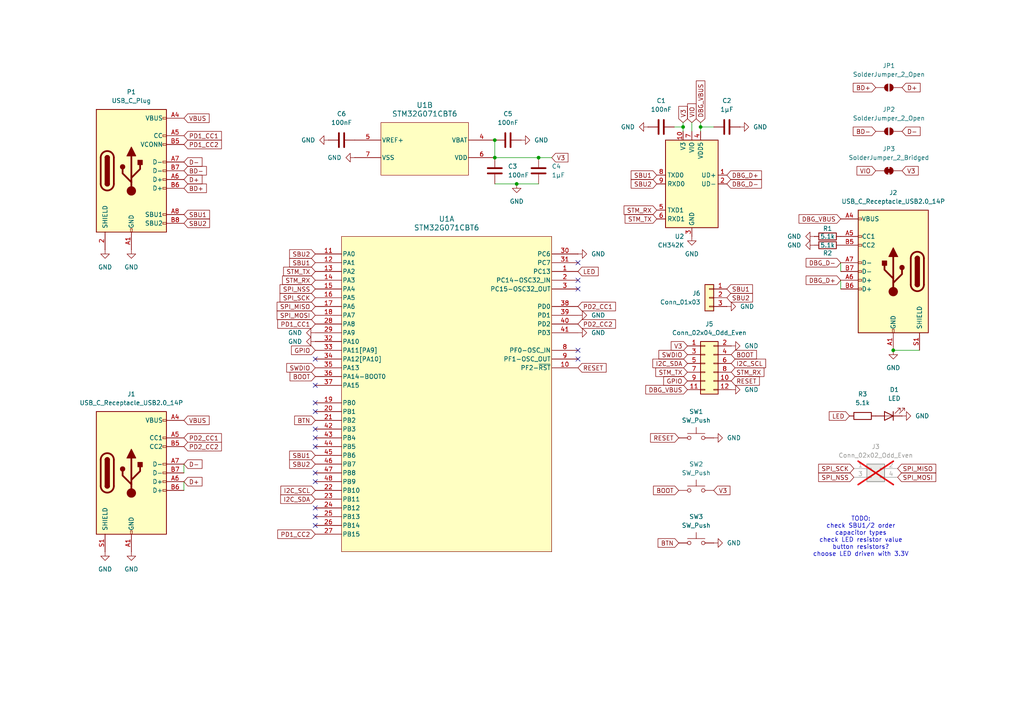
<source format=kicad_sch>
(kicad_sch (version 20231120) (generator "eeschema") (generator_version "8.0")
  (paper "A4")
  (lib_symbols
    (symbol "Connector:USB_C_Plug" (pin_names (offset 1.016))
      (property "Reference" "P1" (at 0 33.02 0))
      (property "Value" "USB_C_Plug" (at 0 30.48 0))
      (symbol "USB_C_Plug_0_0"
        (rectangle (start -0.254 -6.604) (end 0.254 -7.62))
        (rectangle (start 9.144 5.334) (end 10.16 4.826))
        (rectangle (start 9.144 7.874) (end 10.16 7.366))
        (rectangle (start 9.144 10.414) (end 10.16 9.906))
        (rectangle (start 9.144 12.954) (end 10.16 12.446))
        (rectangle (start 9.144 18.034) (end 10.16 17.526))
        (rectangle (start 10.16 -4.826) (end 9.144 -5.334))
        (rectangle (start 10.16 -2.286) (end 9.144 -2.794))
        (rectangle (start 10.16 20.574) (end 9.144 20.066))
        (rectangle (start 10.16 25.654) (end 9.144 25.146))
      )
      (symbol "USB_C_Plug_0_1"
        (rectangle (start -10.16 27.94) (end 10.16 -7.62) (stroke (width 0.254)) (fill (type background)))
        (arc (start -8.89 6.35) (mid -6.985 4.4533) (end -5.08 6.35) (stroke (width 0.508)))
        (arc (start -7.62 6.35) (mid -6.985 5.7177) (end -6.35 6.35) (stroke (width 0.254)))
        (arc (start -7.62 6.35) (mid -6.985 5.7177) (end -6.35 6.35) (stroke (width 0.254)) (fill (type outline)))
        (rectangle (start -7.62 6.35) (end -6.35 13.97) (stroke (width 0.254)) (fill (type outline)))
        (arc (start -6.35 13.97) (mid -6.985 14.6023) (end -7.62 13.97) (stroke (width 0.254)))
        (arc (start -6.35 13.97) (mid -6.985 14.6023) (end -7.62 13.97) (stroke (width 0.254)) (fill (type outline)))
        (arc (start -5.08 13.97) (mid -6.985 15.8667) (end -8.89 13.97) (stroke (width 0.508)))
        (polyline (pts (xy -8.89 6.35) (xy -8.89 13.97)) (stroke (width 0.508)))
        (polyline (pts (xy -5.08 13.97) (xy -5.08 6.35)) (stroke (width 0.508)))
      )
      (symbol "USB_C_Plug_1_1"
        (circle (center -2.54 11.303) (radius 0.635) (stroke (width 0.254)) (fill (type outline)))
        (polyline (pts (xy 0 4.318) (xy 0 14.478)) (stroke (width 0.508)))
        (polyline (pts (xy 0 6.858) (xy -2.54 9.398) (xy -2.54 10.668)) (stroke (width 0.508)))
        (polyline (pts (xy 0 8.128) (xy 2.54 10.668) (xy 2.54 11.938)) (stroke (width 0.508)))
        (polyline (pts (xy -1.27 14.478) (xy 0 17.018) (xy 1.27 14.478) (xy -1.27 14.478)) (stroke (width 0.254)) (fill (type outline)))
        (circle (center 0 4.318) (radius 1.27) (fill (type outline)))
        (rectangle (start 1.905 11.938) (end 3.175 13.208) (stroke (width 0.254)) (fill (type outline)))
        (pin passive line (at -7.62 -12.7 90) (length 5.08) (name "SHIELD") (number "2"))
        (pin passive line (at -7.62 -12.7 90) (length 5.08) hide (name "SHIELD") (number "3"))
        (pin passive line (at 0 -12.7 90) (length 5.08) (name "GND") (number "A1"))
        (pin passive line (at 0 -12.7 90) (length 5.08) hide (name "GND") (number "A12"))
        (pin passive line (at 15.24 25.4 180) (length 5.08) (name "VBUS") (number "A4"))
        (pin bidirectional line (at 15.24 20.32 180) (length 5.08) (name "CC") (number "A5"))
        (pin bidirectional line (at 15.24 7.62 180) (length 5.08) (name "D+") (number "A6"))
        (pin bidirectional line (at 15.24 12.7 180) (length 5.08) (name "D-") (number "A7"))
        (pin bidirectional line (at 15.24 -2.54 180) (length 5.08) (name "SBU1") (number "A8"))
        (pin passive line (at 15.24 25.4 180) (length 5.08) hide (name "VBUS") (number "A9"))
        (pin passive line (at 0 -12.7 90) (length 5.08) hide (name "GND") (number "B1"))
        (pin passive line (at 0 -12.7 90) (length 5.08) hide (name "GND") (number "B12"))
        (pin passive line (at 15.24 25.4 180) (length 5.08) hide (name "VBUS") (number "B4"))
        (pin bidirectional line (at 15.24 17.78 180) (length 5.08) (name "VCONN") (number "B5"))
        (pin bidirectional line (at 15.24 5.08 180) (length 5.08) (name "D+") (number "B6"))
        (pin bidirectional line (at 15.24 10.16 180) (length 5.08) (name "D-") (number "B7"))
        (pin bidirectional line (at 15.24 -5.08 180) (length 5.08) (name "SBU2") (number "B8"))
        (pin passive line (at 15.24 25.4 180) (length 5.08) hide (name "VBUS") (number "B9"))
      )
    )
    (symbol "Connector:USB_C_Receptacle_USB2.0_14P" (pin_names (offset 1.016))
      (property "Reference" "J2" (at 0 22.86 0))
      (property "Value" "USB_C_Receptacle_USB2.0_14P" (at 0 20.32 0))
      (symbol "USB_C_Receptacle_USB2.0_14P_0_0"
        (rectangle (start -0.254 -17.78) (end 0.254 -16.764))
        (rectangle (start 10.16 -4.826) (end 9.144 -5.334))
        (rectangle (start 10.16 -2.286) (end 9.144 -2.794))
        (rectangle (start 10.16 0.254) (end 9.144 -0.254))
        (rectangle (start 10.16 2.794) (end 9.144 2.286))
        (rectangle (start 10.16 7.874) (end 9.144 7.366))
        (rectangle (start 10.16 10.414) (end 9.144 9.906))
        (rectangle (start 10.16 15.494) (end 9.144 14.986))
      )
      (symbol "USB_C_Receptacle_USB2.0_14P_0_1"
        (rectangle (start -10.16 17.78) (end 10.16 -17.78) (stroke (width 0.254)) (fill (type background)))
        (arc (start -8.89 -3.81) (mid -6.985 -5.7067) (end -5.08 -3.81) (stroke (width 0.508)))
        (arc (start -7.62 -3.81) (mid -6.985 -4.4423) (end -6.35 -3.81) (stroke (width 0.254)))
        (arc (start -7.62 -3.81) (mid -6.985 -4.4423) (end -6.35 -3.81) (stroke (width 0.254)) (fill (type outline)))
        (rectangle (start -7.62 -3.81) (end -6.35 3.81) (stroke (width 0.254)) (fill (type outline)))
        (arc (start -6.35 3.81) (mid -6.985 4.4423) (end -7.62 3.81) (stroke (width 0.254)))
        (arc (start -6.35 3.81) (mid -6.985 4.4423) (end -7.62 3.81) (stroke (width 0.254)) (fill (type outline)))
        (arc (start -5.08 3.81) (mid -6.985 5.7067) (end -8.89 3.81) (stroke (width 0.508)))
        (circle (center -2.54 1.143) (radius 0.635) (stroke (width 0.254)) (fill (type outline)))
        (circle (center 0 -5.842) (radius 1.27) (fill (type outline)))
        (polyline (pts (xy -8.89 -3.81) (xy -8.89 3.81)) (stroke (width 0.508)))
        (polyline (pts (xy -5.08 3.81) (xy -5.08 -3.81)) (stroke (width 0.508)))
        (polyline (pts (xy 0 -5.842) (xy 0 4.318)) (stroke (width 0.508)))
        (polyline (pts (xy 0 -3.302) (xy -2.54 -0.762) (xy -2.54 0.508)) (stroke (width 0.508)))
        (polyline (pts (xy 0 -2.032) (xy 2.54 0.508) (xy 2.54 1.778)) (stroke (width 0.508)))
        (polyline (pts (xy -1.27 4.318) (xy 0 6.858) (xy 1.27 4.318) (xy -1.27 4.318)) (stroke (width 0.254)) (fill (type outline)))
        (rectangle (start 1.905 1.778) (end 3.175 3.048) (stroke (width 0.254)) (fill (type outline)))
      )
      (symbol "USB_C_Receptacle_USB2.0_14P_1_1"
        (pin passive line (at 0 -22.86 90) (length 5.08) (name "GND") (number "A1"))
        (pin passive line (at 15.24 15.24 180) (length 5.08) (name "VBUS") (number "A4"))
        (pin bidirectional line (at 15.24 10.16 180) (length 5.08) (name "CC1") (number "A5"))
        (pin bidirectional line (at 15.24 -2.54 180) (length 5.08) (name "D+") (number "A6"))
        (pin bidirectional line (at 15.24 2.54 180) (length 5.08) (name "D-") (number "A7"))
        (pin passive line (at 0 -22.86 90) (length 5.08) hide (name "GND") (number "B1"))
        (pin passive line (at 15.24 15.24 180) (length 5.08) hide (name "VBUS") (number "B4"))
        (pin bidirectional line (at 15.24 7.62 180) (length 5.08) (name "CC2") (number "B5"))
        (pin bidirectional line (at 15.24 -5.08 180) (length 5.08) (name "D+") (number "B6"))
        (pin bidirectional line (at 15.24 0 180) (length 5.08) (name "D-") (number "B7"))
        (pin passive line (at -7.62 -22.86 90) (length 5.08) (name "SHIELD") (number "S1"))
      )
    )
    (symbol "Connector_Generic:Conn_01x03" (pin_names (offset 1.016) hide)
      (property "Reference" "J" (at 0 5.08 0))
      (property "Value" "Conn_01x03" (at 0 -5.08 0))
      (symbol "Conn_01x03_1_1"
        (rectangle (start -1.27 -2.413) (end 0 -2.667) (stroke (width 0.1524)))
        (rectangle (start -1.27 0.127) (end 0 -0.127) (stroke (width 0.1524)))
        (rectangle (start -1.27 2.667) (end 0 2.413) (stroke (width 0.1524)))
        (rectangle (start -1.27 3.81) (end 1.27 -3.81) (stroke (width 0.254)) (fill (type background)))
        (pin passive line (at -5.08 2.54 0) (length 3.81) (name "Pin_1") (number "1"))
        (pin passive line (at -5.08 0 0) (length 3.81) (name "Pin_2") (number "2"))
        (pin passive line (at -5.08 -2.54 0) (length 3.81) (name "Pin_3") (number "3"))
      )
    )
    (symbol "Connector_Generic:Conn_02x02_Odd_Even" (pin_names (offset 1.016) hide)
      (property "Reference" "J" (at 1.27 2.54 0))
      (property "Value" "Conn_02x02_Odd_Even" (at 1.27 -5.08 0))
      (symbol "Conn_02x02_Odd_Even_1_1"
        (rectangle (start -1.27 -2.413) (end 0 -2.667) (stroke (width 0.1524)))
        (rectangle (start -1.27 0.127) (end 0 -0.127) (stroke (width 0.1524)))
        (rectangle (start -1.27 1.27) (end 3.81 -3.81) (stroke (width 0.254)) (fill (type background)))
        (rectangle (start 3.81 -2.413) (end 2.54 -2.667) (stroke (width 0.1524)))
        (rectangle (start 3.81 0.127) (end 2.54 -0.127) (stroke (width 0.1524)))
        (pin passive line (at -5.08 0 0) (length 3.81) (name "Pin_1") (number "1"))
        (pin passive line (at 7.62 0 180) (length 3.81) (name "Pin_2") (number "2"))
        (pin passive line (at -5.08 -2.54 0) (length 3.81) (name "Pin_3") (number "3"))
        (pin passive line (at 7.62 -2.54 180) (length 3.81) (name "Pin_4") (number "4"))
      )
    )
    (symbol "Connector_Generic:Conn_02x06_Odd_Even" (pin_names (offset 1.016) hide)
      (property "Reference" "J" (at 1.27 7.62 0))
      (property "Value" "Conn_02x06_Odd_Even" (at 1.27 -10.16 0))
      (symbol "Conn_02x06_Odd_Even_1_1"
        (rectangle (start -1.27 -7.493) (end 0 -7.747) (stroke (width 0.1524)))
        (rectangle (start -1.27 -4.953) (end 0 -5.207) (stroke (width 0.1524)))
        (rectangle (start -1.27 -2.413) (end 0 -2.667) (stroke (width 0.1524)))
        (rectangle (start -1.27 0.127) (end 0 -0.127) (stroke (width 0.1524)))
        (rectangle (start -1.27 2.667) (end 0 2.413) (stroke (width 0.1524)))
        (rectangle (start -1.27 5.207) (end 0 4.953) (stroke (width 0.1524)))
        (rectangle (start -1.27 6.35) (end 3.81 -8.89) (stroke (width 0.254)) (fill (type background)))
        (rectangle (start 3.81 -7.493) (end 2.54 -7.747) (stroke (width 0.1524)))
        (rectangle (start 3.81 -4.953) (end 2.54 -5.207) (stroke (width 0.1524)))
        (rectangle (start 3.81 -2.413) (end 2.54 -2.667) (stroke (width 0.1524)))
        (rectangle (start 3.81 0.127) (end 2.54 -0.127) (stroke (width 0.1524)))
        (rectangle (start 3.81 2.667) (end 2.54 2.413) (stroke (width 0.1524)))
        (rectangle (start 3.81 5.207) (end 2.54 4.953) (stroke (width 0.1524)))
        (pin passive line (at -5.08 5.08 0) (length 3.81) (name "Pin_1") (number "1"))
        (pin passive line (at 7.62 -5.08 180) (length 3.81) (name "Pin_10") (number "10"))
        (pin passive line (at -5.08 -7.62 0) (length 3.81) (name "Pin_11") (number "11"))
        (pin passive line (at 7.62 -7.62 180) (length 3.81) (name "Pin_12") (number "12"))
        (pin passive line (at 7.62 5.08 180) (length 3.81) (name "Pin_2") (number "2"))
        (pin passive line (at -5.08 2.54 0) (length 3.81) (name "Pin_3") (number "3"))
        (pin passive line (at 7.62 2.54 180) (length 3.81) (name "Pin_4") (number "4"))
        (pin passive line (at -5.08 0 0) (length 3.81) (name "Pin_5") (number "5"))
        (pin passive line (at 7.62 0 180) (length 3.81) (name "Pin_6") (number "6"))
        (pin passive line (at -5.08 -2.54 0) (length 3.81) (name "Pin_7") (number "7"))
        (pin passive line (at 7.62 -2.54 180) (length 3.81) (name "Pin_8") (number "8"))
        (pin passive line (at -5.08 -5.08 0) (length 3.81) (name "Pin_9") (number "9"))
      )
    )
    (symbol "Debubo:STM32G071CBT6" (pin_names (offset 0.254))
      (property "Reference" "U" (at 38.1 10.16 0))
      (property "Value" "STM32G071CBT6" (at 38.1 7.62 0))
      (symbol "STM32G071CBT6_1_1"
        (rectangle (start 7.62 5.08) (end 68.58 -86.36) (fill (type background)))
        (pin bidirectional line (at 76.2 -5.08 180) (length 7.62) (name "PC13") (number "1"))
        (pin bidirectional line (at 76.2 -33.02 180) (length 7.62) (name "PF2-~{RST}") (number "10"))
        (pin bidirectional line (at 0 0 0) (length 7.62) (name "PA0") (number "11"))
        (pin bidirectional line (at 0 -2.54 0) (length 7.62) (name "PA1") (number "12"))
        (pin bidirectional line (at 0 -5.08 0) (length 7.62) (name "PA2") (number "13"))
        (pin bidirectional line (at 0 -7.62 0) (length 7.62) (name "PA3") (number "14"))
        (pin bidirectional line (at 0 -10.16 0) (length 7.62) (name "PA4") (number "15"))
        (pin bidirectional line (at 0 -12.7 0) (length 7.62) (name "PA5") (number "16"))
        (pin bidirectional line (at 0 -15.24 0) (length 7.62) (name "PA6") (number "17"))
        (pin bidirectional line (at 0 -17.78 0) (length 7.62) (name "PA7") (number "18"))
        (pin bidirectional line (at 0 -43.18 0) (length 7.62) (name "PB0") (number "19"))
        (pin bidirectional line (at 76.2 -7.62 180) (length 7.62) (name "PC14-OSC32_IN") (number "2"))
        (pin bidirectional line (at 0 -45.72 0) (length 7.62) (name "PB1") (number "20"))
        (pin bidirectional line (at 0 -48.26 0) (length 7.62) (name "PB2") (number "21"))
        (pin bidirectional line (at 0 -68.58 0) (length 7.62) (name "PB10") (number "22"))
        (pin bidirectional line (at 0 -71.12 0) (length 7.62) (name "PB11") (number "23"))
        (pin bidirectional line (at 0 -73.66 0) (length 7.62) (name "PB12") (number "24"))
        (pin bidirectional line (at 0 -76.2 0) (length 7.62) (name "PB13") (number "25"))
        (pin bidirectional line (at 0 -78.74 0) (length 7.62) (name "PB14") (number "26"))
        (pin bidirectional line (at 0 -81.28 0) (length 7.62) (name "PB15") (number "27"))
        (pin bidirectional line (at 0 -20.32 0) (length 7.62) (name "PA8") (number "28"))
        (pin bidirectional line (at 0 -22.86 0) (length 7.62) (name "PA9") (number "29"))
        (pin bidirectional line (at 76.2 -10.16 180) (length 7.62) (name "PC15-OSC32_OUT") (number "3"))
        (pin bidirectional line (at 76.2 0 180) (length 7.62) (name "PC6") (number "30"))
        (pin bidirectional line (at 76.2 -2.54 180) (length 7.62) (name "PC7") (number "31"))
        (pin bidirectional line (at 0 -25.4 0) (length 7.62) (name "PA10") (number "32"))
        (pin bidirectional line (at 0 -27.94 0) (length 7.62) (name "PA11[PA9]") (number "33"))
        (pin bidirectional line (at 0 -30.48 0) (length 7.62) (name "PA12[PA10]") (number "34"))
        (pin bidirectional line (at 0 -33.02 0) (length 7.62) (name "PA13") (number "35"))
        (pin bidirectional line (at 0 -35.56 0) (length 7.62) (name "PA14-BOOT0") (number "36"))
        (pin bidirectional line (at 0 -38.1 0) (length 7.62) (name "PA15") (number "37"))
        (pin bidirectional line (at 76.2 -15.24 180) (length 7.62) (name "PD0") (number "38"))
        (pin bidirectional line (at 76.2 -17.78 180) (length 7.62) (name "PD1") (number "39"))
        (pin bidirectional line (at 76.2 -20.32 180) (length 7.62) (name "PD2") (number "40"))
        (pin bidirectional line (at 76.2 -22.86 180) (length 7.62) (name "PD3") (number "41"))
        (pin bidirectional line (at 0 -50.8 0) (length 7.62) (name "PB3") (number "42"))
        (pin bidirectional line (at 0 -53.34 0) (length 7.62) (name "PB4") (number "43"))
        (pin bidirectional line (at 0 -55.88 0) (length 7.62) (name "PB5") (number "44"))
        (pin bidirectional line (at 0 -58.42 0) (length 7.62) (name "PB6") (number "45"))
        (pin bidirectional line (at 0 -60.96 0) (length 7.62) (name "PB7") (number "46"))
        (pin bidirectional line (at 0 -63.5 0) (length 7.62) (name "PB8") (number "47"))
        (pin bidirectional line (at 0 -66.04 0) (length 7.62) (name "PB9") (number "48"))
        (pin bidirectional line (at 76.2 -27.94 180) (length 7.62) (name "PF0-OSC_IN") (number "8"))
        (pin bidirectional line (at 76.2 -30.48 180) (length 7.62) (name "PF1-OSC_OUT") (number "9"))
      )
      (symbol "STM32G071CBT6_2_1"
        (rectangle (start 7.62 5.08) (end 33.02 -10.16) (fill (type background)))
        (pin power_in line (at 40.64 0 180) (length 7.62) (name "VBAT") (number "4"))
        (pin power_in line (at 0 0 0) (length 7.62) (name "VREF+") (number "5"))
        (pin power_in line (at 40.64 -5.08 180) (length 7.62) (name "VDD") (number "6"))
        (pin power_in line (at 0 -5.08 0) (length 7.62) (name "VSS") (number "7"))
      )
    )
    (symbol "Device:C" (pin_numbers hide) (pin_names (offset 0.254))
      (property "Reference" "C" (at 0.635 2.54 0))
      (property "Value" "C" (at 0.635 -2.54 0))
      (symbol "C_0_1"
        (polyline (pts (xy -2.032 -0.762) (xy 2.032 -0.762)) (stroke (width 0.508)))
        (polyline (pts (xy -2.032 0.762) (xy 2.032 0.762)) (stroke (width 0.508)))
      )
      (symbol "C_1_1"
        (pin passive line (at 0 3.81 270) (length 2.794) (name "~") (number "1"))
        (pin passive line (at 0 -3.81 90) (length 2.794) (name "~") (number "2"))
      )
    )
    (symbol "Device:LED" (pin_numbers hide) (pin_names (offset 1.016) hide)
      (property "Reference" "D" (at 0 2.54 0))
      (property "Value" "LED" (at 0 -2.54 0))
      (symbol "LED_0_1"
        (polyline (pts (xy -1.27 -1.27) (xy -1.27 1.27)) (stroke (width 0.254)))
        (polyline (pts (xy -1.27 0) (xy 1.27 0)))
        (polyline (pts (xy 1.27 -1.27) (xy 1.27 1.27) (xy -1.27 0) (xy 1.27 -1.27)) (stroke (width 0.254)))
        (polyline (pts (xy -3.048 -0.762) (xy -4.572 -2.286) (xy -3.81 -2.286) (xy -4.572 -2.286) (xy -4.572 -1.524)))
        (polyline (pts (xy -1.778 -0.762) (xy -3.302 -2.286) (xy -2.54 -2.286) (xy -3.302 -2.286) (xy -3.302 -1.524)))
      )
      (symbol "LED_1_1"
        (pin passive line (at -3.81 0 0) (length 2.54) (name "K") (number "1"))
        (pin passive line (at 3.81 0 180) (length 2.54) (name "A") (number "2"))
      )
    )
    (symbol "Device:R" (pin_numbers hide) (pin_names (offset 0))
      (property "Reference" "R" (at 2.032 0 90))
      (property "Value" "R" (at 0 0 90))
      (symbol "R_0_1"
        (rectangle (start -1.016 -2.54) (end 1.016 2.54) (stroke (width 0.254)))
      )
      (symbol "R_1_1"
        (pin passive line (at 0 3.81 270) (length 1.27) (name "~") (number "1"))
        (pin passive line (at 0 -3.81 90) (length 1.27) (name "~") (number "2"))
      )
    )
    (symbol "Interface_USB:CH340K"
      (property "Reference" "U2" (at 2.1941 -15.24 0))
      (property "Value" "CH342K" (at 2.1941 -17.78 0))
      (symbol "CH340K_0_1"
        (rectangle (start -7.62 12.7) (end 7.62 -12.7) (stroke (width 0.254)) (fill (type background)))
      )
      (symbol "CH340K_1_0"
        (pin passive line (at 0 -15.24 90) (length 2.54) hide (name "GND") (number "11"))
      )
      (symbol "CH340K_1_1"
        (pin bidirectional line (at -10.16 2.54 0) (length 2.54) (name "UD+") (number "1"))
        (pin passive line (at 2.54 15.24 270) (length 2.54) (name "V3") (number "10"))
        (pin bidirectional line (at -10.16 0 0) (length 2.54) (name "UD-") (number "2"))
        (pin power_in line (at 0 -15.24 90) (length 2.54) (name "GND") (number "3"))
        (pin power_in line (at -2.54 15.24 270) (length 2.54) (name "VDD5") (number "4"))
        (pin output line (at 10.16 -7.62 180) (length 2.54) (name "TXD1") (number "5"))
        (pin input line (at 10.16 -10.16 180) (length 2.54) (name "RXD1") (number "6"))
        (pin power_in line (at 0 15.24 270) (length 2.54) (name "VIO") (number "7"))
        (pin output line (at 10.16 2.54 180) (length 2.54) (name "TXD0") (number "8"))
        (pin input line (at 10.16 0 180) (length 2.54) (name "RXD0") (number "9"))
      )
    )
    (symbol "Jumper:SolderJumper_2_Bridged" (pin_numbers hide) (pin_names (offset 0) hide) (exclude_from_sim yes) (in_bom no)
      (property "Reference" "JP" (at 0 2.032 0))
      (property "Value" "SolderJumper_2_Bridged" (at 0 -2.54 0))
      (symbol "SolderJumper_2_Bridged_0_1"
        (rectangle (start -0.508 0.508) (end 0.508 -0.508) (fill (type outline)))
        (arc (start -0.254 1.016) (mid -1.2656 0) (end -0.254 -1.016))
        (arc (start -0.254 1.016) (mid -1.2656 0) (end -0.254 -1.016) (fill (type outline)))
        (polyline (pts (xy -0.254 1.016) (xy -0.254 -1.016)))
        (polyline (pts (xy 0.254 1.016) (xy 0.254 -1.016)))
        (arc (start 0.254 -1.016) (mid 1.2656 0) (end 0.254 1.016))
        (arc (start 0.254 -1.016) (mid 1.2656 0) (end 0.254 1.016) (fill (type outline)))
      )
      (symbol "SolderJumper_2_Bridged_1_1"
        (pin passive line (at -3.81 0 0) (length 2.54) (name "A") (number "1"))
        (pin passive line (at 3.81 0 180) (length 2.54) (name "B") (number "2"))
      )
    )
    (symbol "Jumper:SolderJumper_2_Open" (pin_numbers hide) (pin_names (offset 0) hide) (exclude_from_sim yes) (in_bom no)
      (property "Reference" "JP" (at 0 2.032 0))
      (property "Value" "SolderJumper_2_Open" (at 0 -2.54 0))
      (symbol "SolderJumper_2_Open_0_1"
        (arc (start -0.254 1.016) (mid -1.2656 0) (end -0.254 -1.016))
        (arc (start -0.254 1.016) (mid -1.2656 0) (end -0.254 -1.016) (fill (type outline)))
        (polyline (pts (xy -0.254 1.016) (xy -0.254 -1.016)))
        (polyline (pts (xy 0.254 1.016) (xy 0.254 -1.016)))
        (arc (start 0.254 -1.016) (mid 1.2656 0) (end 0.254 1.016))
        (arc (start 0.254 -1.016) (mid 1.2656 0) (end 0.254 1.016) (fill (type outline)))
      )
      (symbol "SolderJumper_2_Open_1_1"
        (pin passive line (at -3.81 0 0) (length 2.54) (name "A") (number "1"))
        (pin passive line (at 3.81 0 180) (length 2.54) (name "B") (number "2"))
      )
    )
    (symbol "Switch:SW_Push" (pin_numbers hide) (pin_names (offset 1.016) hide)
      (property "Reference" "SW" (at 1.27 2.54 0))
      (property "Value" "SW_Push" (at 0 -1.524 0))
      (symbol "SW_Push_0_1"
        (circle (center -2.032 0) (radius 0.508))
        (polyline (pts (xy 0 1.27) (xy 0 3.048)))
        (polyline (pts (xy 2.54 1.27) (xy -2.54 1.27)))
        (circle (center 2.032 0) (radius 0.508))
        (pin passive line (at -5.08 0 0) (length 2.54) (name "1") (number "1"))
        (pin passive line (at 5.08 0 180) (length 2.54) (name "2") (number "2"))
      )
    )
    (symbol "USB_C_Receptacle_USB2.0_14P_1" (pin_names (offset 1.016))
      (property "Reference" "J1" (at 0 22.86 0))
      (property "Value" "USB_C_Receptacle_USB2.0_14P" (at 0 20.32 0))
      (symbol "USB_C_Receptacle_USB2.0_14P_1_0_0"
        (rectangle (start -0.254 -17.78) (end 0.254 -16.764))
        (rectangle (start 10.16 -4.826) (end 9.144 -5.334))
        (rectangle (start 10.16 -2.286) (end 9.144 -2.794))
        (rectangle (start 10.16 0.254) (end 9.144 -0.254))
        (rectangle (start 10.16 2.794) (end 9.144 2.286))
        (rectangle (start 10.16 7.874) (end 9.144 7.366))
        (rectangle (start 10.16 10.414) (end 9.144 9.906))
        (rectangle (start 10.16 15.494) (end 9.144 14.986))
      )
      (symbol "USB_C_Receptacle_USB2.0_14P_1_0_1"
        (rectangle (start -10.16 17.78) (end 10.16 -17.78) (stroke (width 0.254)) (fill (type background)))
        (arc (start -8.89 -3.81) (mid -6.985 -5.7067) (end -5.08 -3.81) (stroke (width 0.508)))
        (arc (start -7.62 -3.81) (mid -6.985 -4.4423) (end -6.35 -3.81) (stroke (width 0.254)))
        (arc (start -7.62 -3.81) (mid -6.985 -4.4423) (end -6.35 -3.81) (stroke (width 0.254)) (fill (type outline)))
        (rectangle (start -7.62 -3.81) (end -6.35 3.81) (stroke (width 0.254)) (fill (type outline)))
        (arc (start -6.35 3.81) (mid -6.985 4.4423) (end -7.62 3.81) (stroke (width 0.254)))
        (arc (start -6.35 3.81) (mid -6.985 4.4423) (end -7.62 3.81) (stroke (width 0.254)) (fill (type outline)))
        (arc (start -5.08 3.81) (mid -6.985 5.7067) (end -8.89 3.81) (stroke (width 0.508)))
        (circle (center -2.54 1.143) (radius 0.635) (stroke (width 0.254)) (fill (type outline)))
        (circle (center 0 -5.842) (radius 1.27) (fill (type outline)))
        (polyline (pts (xy -8.89 -3.81) (xy -8.89 3.81)) (stroke (width 0.508)))
        (polyline (pts (xy -5.08 3.81) (xy -5.08 -3.81)) (stroke (width 0.508)))
        (polyline (pts (xy 0 -5.842) (xy 0 4.318)) (stroke (width 0.508)))
        (polyline (pts (xy 0 -3.302) (xy -2.54 -0.762) (xy -2.54 0.508)) (stroke (width 0.508)))
        (polyline (pts (xy 0 -2.032) (xy 2.54 0.508) (xy 2.54 1.778)) (stroke (width 0.508)))
        (polyline (pts (xy -1.27 4.318) (xy 0 6.858) (xy 1.27 4.318) (xy -1.27 4.318)) (stroke (width 0.254)) (fill (type outline)))
        (rectangle (start 1.905 1.778) (end 3.175 3.048) (stroke (width 0.254)) (fill (type outline)))
      )
      (symbol "USB_C_Receptacle_USB2.0_14P_1_1_1"
        (pin passive line (at 0 -22.86 90) (length 5.08) (name "GND") (number "A1"))
        (pin passive line (at 15.24 15.24 180) (length 5.08) (name "VBUS") (number "A4"))
        (pin bidirectional line (at 15.24 10.16 180) (length 5.08) (name "CC1") (number "A5"))
        (pin bidirectional line (at 15.24 -2.54 180) (length 5.08) (name "D+") (number "A6"))
        (pin bidirectional line (at 15.24 2.54 180) (length 5.08) (name "D-") (number "A7"))
        (pin passive line (at 0 -22.86 90) (length 5.08) hide (name "GND") (number "B1"))
        (pin passive line (at 15.24 15.24 180) (length 5.08) hide (name "VBUS") (number "B4"))
        (pin bidirectional line (at 15.24 7.62 180) (length 5.08) (name "CC2") (number "B5"))
        (pin bidirectional line (at 15.24 -5.08 180) (length 5.08) (name "D+") (number "B6"))
        (pin bidirectional line (at 15.24 0 180) (length 5.08) (name "D-") (number "B7"))
        (pin passive line (at -7.62 -22.86 90) (length 5.08) (name "SHIELD") (number "S1"))
      )
    )
    (symbol "power:GND" (power) (pin_numbers hide) (pin_names (offset 0) hide)
      (property "Value" "GND" (at 0 -3.81 0))
      (symbol "GND_0_1"
        (polyline (pts (xy 0 0) (xy 0 -1.27) (xy 1.27 -1.27) (xy 0 -2.54) (xy -1.27 -1.27) (xy 0 -1.27)))
      )
      (symbol "GND_1_1"
        (pin power_in line (at 0 0 270) (length 0) (name "~") (number "1"))
      )
    )
  )
  (junction (at 156.21 45.72))
  (junction (at 198.12 36.83))
  (junction (at 259.08 101.6))
  (junction (at 203.2 36.83))
  (junction (at 143.51 45.72))
  (junction (at 143.51 40.64))
  (junction (at 149.86 53.34))
  (no_connect (at 167.64 81.28))
  (no_connect (at 91.44 116.84))
  (no_connect (at 91.44 111.76))
  (no_connect (at 167.64 83.82))
  (no_connect (at 91.44 124.46))
  (no_connect (at 91.44 152.4))
  (no_connect (at 91.44 127))
  (no_connect (at 91.44 139.7))
  (no_connect (at 91.44 149.86))
  (no_connect (at 91.44 119.38))
  (no_connect (at 167.64 104.14))
  (no_connect (at 167.64 76.2))
  (no_connect (at 91.44 137.16))
  (no_connect (at 91.44 129.54))
  (no_connect (at 167.64 101.6))
  (no_connect (at 91.44 104.14))
  (no_connect (at 91.44 147.32))
  (wire (pts (xy 198.12 35.56) (xy 198.12 36.83)))
  (wire (pts (xy 200.66 35.56) (xy 200.66 38.1)))
  (wire (pts (xy 143.51 40.64) (xy 143.51 45.72)))
  (wire (pts (xy 156.21 45.72) (xy 160.02 45.72)))
  (wire (pts (xy 53.34 134.62) (xy 53.34 137.16)))
  (wire (pts (xy 143.51 45.72) (xy 156.21 45.72)))
  (wire (pts (xy 143.51 53.34) (xy 149.86 53.34)))
  (wire (pts (xy 53.34 139.7) (xy 53.34 142.24)))
  (wire (pts (xy 243.84 81.28) (xy 243.84 83.82)))
  (wire (pts (xy 203.2 36.83) (xy 203.2 38.1)))
  (wire (pts (xy 243.84 76.2) (xy 243.84 78.74)))
  (wire (pts (xy 259.08 101.6) (xy 266.7 101.6)))
  (wire (pts (xy 203.2 35.56) (xy 203.2 36.83)))
  (wire (pts (xy 207.01 36.83) (xy 203.2 36.83)))
  (wire (pts (xy 149.86 53.34) (xy 156.21 53.34)))
  (wire (pts (xy 195.58 36.83) (xy 198.12 36.83)))
  (wire (pts (xy 198.12 36.83) (xy 198.12 38.1)))
  (text "TODO:\ncheck SBU1/2 order\ncapacitor types\ncheck LED resistor value\nbutton resistors?\nchoose LED driven with 3.3V" (at 249.682 155.702 0) (effects (font (size 1.27 1.27))))
  (global_label "V3" (shape input) (at 199.39 100.33 180) (property "Intersheetrefs" "${INTERSHEET_REFS}" (effects (hide yes))))
  (global_label "BTN" (shape input) (at 91.44 121.92 180) (property "Intersheetrefs" "${INTERSHEET_REFS}" (effects (hide yes))))
  (global_label "BD+" (shape input) (at 53.34 54.61 0) (property "Intersheetrefs" "${INTERSHEET_REFS}" (effects (hide yes))))
  (global_label "DBG_D+" (shape input) (at 210.82 50.8 0) (property "Intersheetrefs" "${INTERSHEET_REFS}" (effects (hide yes))))
  (global_label "SPI_SCK" (shape input) (at 91.44 86.36 180) (property "Intersheetrefs" "${INTERSHEET_REFS}" (effects (hide yes))))
  (global_label "PD1_CC1" (shape input) (at 91.44 93.98 180) (property "Intersheetrefs" "${INTERSHEET_REFS}" (effects (hide yes))))
  (global_label "SBU2" (shape input) (at 91.44 134.62 180) (property "Intersheetrefs" "${INTERSHEET_REFS}" (effects (hide yes))))
  (global_label "RESET" (shape input) (at 196.85 127 180) (property "Intersheetrefs" "${INTERSHEET_REFS}" (effects (hide yes))))
  (global_label "GPIO" (shape input) (at 199.39 110.49 180) (property "Intersheetrefs" "${INTERSHEET_REFS}" (effects (hide yes))))
  (global_label "PD1_CC2" (shape input) (at 53.34 41.91 0) (property "Intersheetrefs" "${INTERSHEET_REFS}" (effects (hide yes))))
  (global_label "STM_TX" (shape input) (at 199.39 107.95 180) (property "Intersheetrefs" "${INTERSHEET_REFS}" (effects (hide yes))))
  (global_label "SPI_MOSI" (shape input) (at 260.35 138.43 0) (property "Intersheetrefs" "${INTERSHEET_REFS}" (effects (hide yes))))
  (global_label "VIO" (shape input) (at 200.66 35.56 90) (property "Intersheetrefs" "${INTERSHEET_REFS}" (effects (hide yes))))
  (global_label "SBU2" (shape input) (at 91.44 73.66 180) (property "Intersheetrefs" "${INTERSHEET_REFS}" (effects (hide yes))))
  (global_label "V3" (shape input) (at 160.02 45.72 0) (property "Intersheetrefs" "${INTERSHEET_REFS}" (effects (hide yes))))
  (global_label "VBUS" (shape input) (at 53.34 121.92 0) (property "Intersheetrefs" "${INTERSHEET_REFS}" (effects (hide yes))))
  (global_label "PD2_CC2" (shape input) (at 53.34 129.54 0) (property "Intersheetrefs" "${INTERSHEET_REFS}" (effects (hide yes))))
  (global_label "I2C_SDA" (shape input) (at 91.44 144.78 180) (property "Intersheetrefs" "${INTERSHEET_REFS}" (effects (hide yes))))
  (global_label "BOOT" (shape input) (at 196.85 142.24 180) (property "Intersheetrefs" "${INTERSHEET_REFS}" (effects (hide yes))))
  (global_label "V3" (shape input) (at 261.62 49.53 0) (property "Intersheetrefs" "${INTERSHEET_REFS}" (effects (hide yes))))
  (global_label "GPIO" (shape input) (at 91.44 101.6 180) (property "Intersheetrefs" "${INTERSHEET_REFS}" (effects (hide yes))))
  (global_label "SPI_MOSI" (shape input) (at 91.44 91.44 180) (property "Intersheetrefs" "${INTERSHEET_REFS}" (effects (hide yes))))
  (global_label "V3" (shape input) (at 207.01 142.24 0) (property "Intersheetrefs" "${INTERSHEET_REFS}" (effects (hide yes))))
  (global_label "SPI_MISO" (shape input) (at 260.35 135.89 0) (property "Intersheetrefs" "${INTERSHEET_REFS}" (effects (hide yes))))
  (global_label "LED" (shape input) (at 167.64 78.74 0) (property "Intersheetrefs" "${INTERSHEET_REFS}" (effects (hide yes))))
  (global_label "SBU1" (shape input) (at 91.44 132.08 180) (property "Intersheetrefs" "${INTERSHEET_REFS}" (effects (hide yes))))
  (global_label "STM_RX" (shape input) (at 190.5 60.96 180) (property "Intersheetrefs" "${INTERSHEET_REFS}" (effects (hide yes))))
  (global_label "BOOT" (shape input) (at 91.44 109.22 180) (property "Intersheetrefs" "${INTERSHEET_REFS}" (effects (hide yes))))
  (global_label "SBU2" (shape input) (at 53.34 64.77 0) (property "Intersheetrefs" "${INTERSHEET_REFS}" (effects (hide yes))))
  (global_label "RESET" (shape input) (at 212.09 110.49 0) (property "Intersheetrefs" "${INTERSHEET_REFS}" (effects (hide yes))))
  (global_label "SPI_NSS" (shape input) (at 91.44 83.82 180) (property "Intersheetrefs" "${INTERSHEET_REFS}" (effects (hide yes))))
  (global_label "I2C_SDA" (shape input) (at 199.39 105.41 180) (property "Intersheetrefs" "${INTERSHEET_REFS}" (effects (hide yes))))
  (global_label "RESET" (shape input) (at 167.64 106.68 0) (property "Intersheetrefs" "${INTERSHEET_REFS}" (effects (hide yes))))
  (global_label "SBU1" (shape input) (at 190.5 50.8 180) (property "Intersheetrefs" "${INTERSHEET_REFS}" (effects (hide yes))))
  (global_label "D-" (shape input) (at 261.62 38.1 0) (property "Intersheetrefs" "${INTERSHEET_REFS}" (effects (hide yes))))
  (global_label "BTN" (shape input) (at 196.85 157.48 180) (property "Intersheetrefs" "${INTERSHEET_REFS}" (effects (hide yes))))
  (global_label "BD+" (shape input) (at 254 25.4 180) (property "Intersheetrefs" "${INTERSHEET_REFS}" (effects (hide yes))))
  (global_label "PD1_CC2" (shape input) (at 91.44 154.94 180) (property "Intersheetrefs" "${INTERSHEET_REFS}" (effects (hide yes))))
  (global_label "D+" (shape input) (at 53.34 139.7 0) (property "Intersheetrefs" "${INTERSHEET_REFS}" (effects (hide yes))))
  (global_label "SPI_MISO" (shape input) (at 91.44 88.9 180) (property "Intersheetrefs" "${INTERSHEET_REFS}" (effects (hide yes))))
  (global_label "VIO" (shape input) (at 254 49.53 180) (property "Intersheetrefs" "${INTERSHEET_REFS}" (effects (hide yes))))
  (global_label "SPI_SCK" (shape input) (at 247.65 135.89 180) (property "Intersheetrefs" "${INTERSHEET_REFS}" (effects (hide yes))))
  (global_label "DBG_D-" (shape input) (at 243.84 76.2 180) (property "Intersheetrefs" "${INTERSHEET_REFS}" (effects (hide yes))))
  (global_label "BD-" (shape input) (at 254 38.1 180) (property "Intersheetrefs" "${INTERSHEET_REFS}" (effects (hide yes))))
  (global_label "V3" (shape input) (at 198.12 35.56 90) (property "Intersheetrefs" "${INTERSHEET_REFS}" (effects (hide yes))))
  (global_label "SBU1" (shape input) (at 53.34 62.23 0) (property "Intersheetrefs" "${INTERSHEET_REFS}" (effects (hide yes))))
  (global_label "SBU1" (shape input) (at 91.44 76.2 180) (property "Intersheetrefs" "${INTERSHEET_REFS}" (effects (hide yes))))
  (global_label "I2C_SCL" (shape input) (at 91.44 142.24 180) (property "Intersheetrefs" "${INTERSHEET_REFS}" (effects (hide yes))))
  (global_label "PD2_CC1" (shape input) (at 167.64 88.9 0) (property "Intersheetrefs" "${INTERSHEET_REFS}" (effects (hide yes))))
  (global_label "DBG_VBUS" (shape input) (at 203.2 35.56 90) (property "Intersheetrefs" "${INTERSHEET_REFS}" (effects (hide yes))))
  (global_label "PD2_CC2" (shape input) (at 167.64 93.98 0) (property "Intersheetrefs" "${INTERSHEET_REFS}" (effects (hide yes))))
  (global_label "BD-" (shape input) (at 53.34 49.53 0) (property "Intersheetrefs" "${INTERSHEET_REFS}" (effects (hide yes))))
  (global_label "STM_TX" (shape input) (at 91.44 78.74 180) (property "Intersheetrefs" "${INTERSHEET_REFS}" (effects (hide yes))))
  (global_label "DBG_VBUS" (shape input) (at 243.84 63.5 180) (property "Intersheetrefs" "${INTERSHEET_REFS}" (effects (hide yes))))
  (global_label "DBG_D-" (shape input) (at 210.82 53.34 0) (property "Intersheetrefs" "${INTERSHEET_REFS}" (effects (hide yes))))
  (global_label "SWDIO" (shape input) (at 91.44 106.68 180) (property "Intersheetrefs" "${INTERSHEET_REFS}" (effects (hide yes))))
  (global_label "VBUS" (shape input) (at 53.34 34.29 0) (property "Intersheetrefs" "${INTERSHEET_REFS}" (effects (hide yes))))
  (global_label "SWDIO" (shape input) (at 199.39 102.87 180) (property "Intersheetrefs" "${INTERSHEET_REFS}" (effects (hide yes))))
  (global_label "SBU2" (shape input) (at 190.5 53.34 180) (property "Intersheetrefs" "${INTERSHEET_REFS}" (effects (hide yes))))
  (global_label "DBG_D+" (shape input) (at 243.84 81.28 180) (property "Intersheetrefs" "${INTERSHEET_REFS}" (effects (hide yes))))
  (global_label "PD2_CC1" (shape input) (at 53.34 127 0) (property "Intersheetrefs" "${INTERSHEET_REFS}" (effects (hide yes))))
  (global_label "SPI_NSS" (shape input) (at 247.65 138.43 180) (property "Intersheetrefs" "${INTERSHEET_REFS}" (effects (hide yes))))
  (global_label "D-" (shape input) (at 53.34 46.99 0) (property "Intersheetrefs" "${INTERSHEET_REFS}" (effects (hide yes))))
  (global_label "STM_TX" (shape input) (at 190.5 63.5 180) (property "Intersheetrefs" "${INTERSHEET_REFS}" (effects (hide yes))))
  (global_label "D+" (shape input) (at 261.62 25.4 0) (property "Intersheetrefs" "${INTERSHEET_REFS}" (effects (hide yes))))
  (global_label "BOOT" (shape input) (at 212.09 102.87 0) (property "Intersheetrefs" "${INTERSHEET_REFS}" (effects (hide yes))))
  (global_label "STM_RX" (shape input) (at 212.09 107.95 0) (property "Intersheetrefs" "${INTERSHEET_REFS}" (effects (hide yes))))
  (global_label "D+" (shape input) (at 53.34 52.07 0) (property "Intersheetrefs" "${INTERSHEET_REFS}" (effects (hide yes))))
  (global_label "PD1_CC1" (shape input) (at 53.34 39.37 0) (property "Intersheetrefs" "${INTERSHEET_REFS}" (effects (hide yes))))
  (global_label "DBG_VBUS" (shape input) (at 199.39 113.03 180) (property "Intersheetrefs" "${INTERSHEET_REFS}" (effects (hide yes))))
  (global_label "I2C_SCL" (shape input) (at 212.09 105.41 0) (property "Intersheetrefs" "${INTERSHEET_REFS}" (effects (hide yes))))
  (global_label "STM_RX" (shape input) (at 91.44 81.28 180) (property "Intersheetrefs" "${INTERSHEET_REFS}" (effects (hide yes))))
  (global_label "SBU1" (shape input) (at 210.82 83.82 0) (property "Intersheetrefs" "${INTERSHEET_REFS}" (effects (hide yes))))
  (global_label "SBU2" (shape input) (at 210.82 86.36 0) (property "Intersheetrefs" "${INTERSHEET_REFS}" (effects (hide yes))))
  (global_label "D-" (shape input) (at 53.34 134.62 0) (property "Intersheetrefs" "${INTERSHEET_REFS}" (effects (hide yes))))
  (global_label "LED" (shape input) (at 246.38 120.65 180) (property "Intersheetrefs" "${INTERSHEET_REFS}" (effects (hide yes))))
  (symbol (lib_id "Device:R") (at 240.03 68.58 90) (unit 1)
    (property "Reference" "R1" (at 240.03 66.294 90))
    (property "Value" "5.1k" (at 240.03 68.58 90))
    (property "Footprint" "Resistor_SMD:R_1206_3216Metric_Pad1.30x1.75mm_HandSolder" (effects (hide yes)))
    (property "Description" "Resistor" (effects (hide yes)))
    (property "LCSC" "C26033" (effects (hide yes)))
  )
  (symbol (lib_id "power:GND") (at 102.87 45.72 270) (unit 1)
    (property "Reference" "#PWR03" (effects (hide yes)))
    (property "Value" "GND" (at 99.06 45.7199 90) (effects (justify right)))
    (property "Description" "Power symbol creates a global label with name \"GND\" , ground" (effects (hide yes)))
  )
  (symbol (lib_id "Switch:SW_Push") (at 201.93 157.48 0) (unit 1)
    (property "Reference" "SW3" (at 201.93 149.86 0))
    (property "Value" "SW_Push" (at 201.93 152.4 0))
    (property "Footprint" "Button_Switch_SMD:SW_SPST_B3U-1000P" (effects (hide yes)))
    (property "Description" "Push button switch, generic, two pins" (effects (hide yes)))
    (property "LCSC" "C231329" (effects (hide yes)))
  )
  (symbol (lib_id "power:GND") (at 91.44 99.06 270) (unit 1)
    (property "Reference" "#PWR020" (effects (hide yes)))
    (property "Value" "GND" (at 87.63 99.0599 90) (effects (justify right)))
    (property "Description" "Power symbol creates a global label with name \"GND\" , ground" (effects (hide yes)))
  )
  (symbol (lib_id "power:GND") (at 210.82 88.9 90) (mirror x) (unit 1)
    (property "Reference" "#PWR015" (effects (hide yes)))
    (property "Value" "GND" (at 214.63 88.8999 90) (effects (justify right)))
    (property "Description" "Power symbol creates a global label with name \"GND\" , ground" (effects (hide yes)))
  )
  (symbol (lib_id "power:GND") (at 95.25 40.64 270) (unit 1)
    (property "Reference" "#PWR017" (effects (hide yes)))
    (property "Value" "GND" (at 91.44 40.6399 90) (effects (justify right)))
    (property "Description" "Power symbol creates a global label with name \"GND\" , ground" (effects (hide yes)))
  )
  (symbol (lib_id "power:GND") (at 236.22 68.58 270) (unit 1)
    (property "Reference" "#PWR018" (effects (hide yes)))
    (property "Value" "GND" (at 232.41 68.5799 90) (effects (justify right)))
    (property "Description" "Power symbol creates a global label with name \"GND\" , ground" (effects (hide yes)))
  )
  (symbol (lib_id "Debubo:STM32G071CBT6") (at 102.87 40.64 0) (unit 2)
    (property "Reference" "U1" (at 123.19 30.48 0) (effects (font (size 1.524 1.524))))
    (property "Value" "STM32G071CBT6" (at 123.19 33.02 0) (effects (font (size 1.524 1.524))))
    (property "Footprint" "Package_QFP:LQFP-48_7x7mm_P0.5mm" (effects (hide yes)))
    (property "Datasheet" "STM32G071CBT6" (effects (hide yes)))
    (property "LCSC" "C432212" (effects (hide yes)))
  )
  (symbol (lib_id "power:GND") (at 212.09 100.33 90) (unit 1)
    (property "Reference" "#PWR016" (effects (hide yes)))
    (property "Value" "GND" (at 215.9 100.3299 90) (effects (justify right)))
    (property "Description" "Power symbol creates a global label with name \"GND\" , ground" (effects (hide yes)))
  )
  (symbol (lib_id "power:GND") (at 30.48 72.39 0) (unit 1)
    (property "Reference" "#PWR025" (effects (hide yes)))
    (property "Value" "GND" (at 30.48 77.47 0))
    (property "Description" "Power symbol creates a global label with name \"GND\" , ground" (effects (hide yes)))
  )
  (symbol (lib_id "Device:C") (at 99.06 40.64 90) (unit 1)
    (property "Reference" "C6" (at 99.06 33.02 90))
    (property "Value" "100nF" (at 99.06 35.56 90))
    (property "Footprint" "Capacitor_SMD:C_1206_3216Metric_Pad1.33x1.80mm_HandSolder" (effects (hide yes)))
    (property "Description" "Unpolarized capacitor" (effects (hide yes)))
    (property "LCSC" "C24497" (effects (hide yes)))
  )
  (symbol (lib_id "Switch:SW_Push") (at 201.93 127 0) (unit 1)
    (property "Reference" "SW1" (at 201.93 119.38 0))
    (property "Value" "SW_Push" (at 201.93 121.92 0))
    (property "Footprint" "Button_Switch_SMD:SW_SPST_B3U-1000P" (effects (hide yes)))
    (property "Description" "Push button switch, generic, two pins" (effects (hide yes)))
    (property "LCSC" "C231329" (effects (hide yes)))
  )
  (symbol (lib_id "Interface_USB:CH340K") (at 200.66 53.34 0) (mirror y) (unit 1)
    (property "Reference" "U2" (at 198.4659 68.58 0) (effects (justify left)))
    (property "Value" "CH342K" (at 198.4659 71.12 0) (effects (justify left)))
    (property "Footprint" "Package_SO:SSOP-10-1EP_3.9x4.9mm_P1mm_EP2.1x3.3mm" (effects (hide yes)))
    (property "Datasheet" "https://www.wch-ic.com/downloads/file/295.html" (effects (hide yes)))
    (property "Description" "USB serial converter, dual UART, SSOP-10" (effects (hide yes)))
    (property "LCSC" "C2826608" (effects (hide yes)))
  )
  (symbol (lib_id "Jumper:SolderJumper_2_Open") (at 257.81 25.4 0) (unit 1) (exclude_from_sim yes) (in_bom no)
    (property "Reference" "JP1" (at 257.81 19.05 0))
    (property "Value" "SolderJumper_2_Open" (at 257.81 21.59 0))
    (property "Footprint" "Debubo:SolderJumperSmol" (effects (hide yes)))
    (property "Description" "Solder Jumper, 2-pole, open" (effects (hide yes)))
  )
  (symbol (lib_id "power:GND") (at 167.64 91.44 90) (unit 1)
    (property "Reference" "#PWR011" (effects (hide yes)))
    (property "Value" "GND" (at 171.45 91.4399 90) (effects (justify right)))
    (property "Description" "Power symbol creates a global label with name \"GND\" , ground" (effects (hide yes)))
  )
  (symbol (lib_id "power:GND") (at 187.96 36.83 270) (unit 1)
    (property "Reference" "#PWR06" (effects (hide yes)))
    (property "Value" "GND" (at 184.15 36.8299 90) (effects (justify right)))
    (property "Description" "Power symbol creates a global label with name \"GND\" , ground" (effects (hide yes)))
  )
  (symbol (lib_id "power:GND") (at 214.63 36.83 90) (unit 1)
    (property "Reference" "#PWR07" (effects (hide yes)))
    (property "Value" "GND" (at 218.44 36.8299 90) (effects (justify right)))
    (property "Description" "Power symbol creates a global label with name \"GND\" , ground" (effects (hide yes)))
  )
  (symbol (lib_id "Device:R") (at 240.03 71.12 90) (unit 1)
    (property "Reference" "R2" (at 240.03 73.406 90))
    (property "Value" "5.1k" (at 240.03 71.12 90))
    (property "Footprint" "Resistor_SMD:R_1206_3216Metric_Pad1.30x1.75mm_HandSolder" (effects (hide yes)))
    (property "Description" "Resistor" (effects (hide yes)))
    (property "LCSC" "C26033" (effects (hide yes)))
  )
  (symbol (lib_id "power:GND") (at 200.66 68.58 0) (unit 1)
    (property "Reference" "#PWR04" (effects (hide yes)))
    (property "Value" "GND" (at 200.66 73.66 0))
    (property "Description" "Power symbol creates a global label with name \"GND\" , ground" (effects (hide yes)))
  )
  (symbol (lib_id "power:GND") (at 38.1 72.39 0) (unit 1)
    (property "Reference" "#PWR02" (effects (hide yes)))
    (property "Value" "GND" (at 38.1 77.47 0))
    (property "Description" "Power symbol creates a global label with name \"GND\" , ground" (effects (hide yes)))
  )
  (symbol (lib_id "power:GND") (at 259.08 101.6 0) (unit 1)
    (property "Reference" "#PWR05" (effects (hide yes)))
    (property "Value" "GND" (at 259.08 106.68 0))
    (property "Description" "Power symbol creates a global label with name \"GND\" , ground" (effects (hide yes)))
  )
  (symbol (lib_id "power:GND") (at 91.44 96.52 270) (unit 1)
    (property "Reference" "#PWR013" (effects (hide yes)))
    (property "Value" "GND" (at 87.63 96.5199 90) (effects (justify right)))
    (property "Description" "Power symbol creates a global label with name \"GND\" , ground" (effects (hide yes)))
  )
  (symbol (lib_id "Connector_Generic:Conn_01x03") (at 205.74 86.36 0) (mirror y) (unit 1)
    (property "Reference" "J6" (at 203.2 85.0899 0) (effects (justify left)))
    (property "Value" "Conn_01x03" (at 203.2 87.6299 0) (effects (justify left)))
    (property "Footprint" "Connector_PinSocket_2.54mm:PinSocket_1x03_P2.54mm_Vertical" (effects (hide yes)))
    (property "Description" "Generic connector, single row, 01x03, script generated (kicad-library-utils/schlib/autogen/connector/)" (effects (hide yes)))
  )
  (symbol (lib_id "Device:C") (at 210.82 36.83 270) (unit 1)
    (property "Reference" "C2" (at 210.82 29.21 90))
    (property "Value" "1µF" (at 210.82 31.75 90))
    (property "Footprint" "Capacitor_SMD:C_1206_3216Metric_Pad1.33x1.80mm_HandSolder" (effects (hide yes)))
    (property "Description" "Unpolarized capacitor" (effects (hide yes)))
    (property "LCSC" "C1848" (effects (hide yes)))
  )
  (symbol (lib_id "power:GND") (at 261.62 120.65 90) (unit 1)
    (property "Reference" "#PWR022" (effects (hide yes)))
    (property "Value" "GND" (at 265.43 120.6499 90) (effects (justify right)))
    (property "Description" "Power symbol creates a global label with name \"GND\" , ground" (effects (hide yes)))
  )
  (symbol (lib_id "Switch:SW_Push") (at 201.93 142.24 0) (unit 1)
    (property "Reference" "SW2" (at 201.93 134.62 0))
    (property "Value" "SW_Push" (at 201.93 137.16 0))
    (property "Footprint" "Button_Switch_SMD:SW_SPST_B3U-1000P" (effects (hide yes)))
    (property "Description" "Push button switch, generic, two pins" (effects (hide yes)))
    (property "LCSC" "C231329" (effects (hide yes)))
  )
  (symbol (lib_id "Connector:USB_C_Receptacle_USB2.0_14P") (at 259.08 78.74 0) (mirror y) (unit 1)
    (property "Reference" "J2" (at 259.08 55.88 0))
    (property "Value" "USB_C_Receptacle_USB2.0_14P" (at 259.08 58.42 0))
    (property "Footprint" "Debubo:USB-C-SMD_TYPE-C-6PIN-2MD-073" (effects (hide yes)))
    (property "Datasheet" "https://www.usb.org/sites/default/files/documents/usb_type-c.zip" (effects (hide yes)))
    (property "Description" "USB 2.0-only 14P Type-C Receptacle connector" (effects (hide yes)))
    (property "LCSC" "C2765186" (effects (hide yes)))
  )
  (symbol (lib_id "Jumper:SolderJumper_2_Bridged") (at 257.81 49.53 0) (unit 1) (exclude_from_sim yes) (in_bom no)
    (property "Reference" "JP3" (at 257.81 43.18 0))
    (property "Value" "SolderJumper_2_Bridged" (at 257.81 45.72 0))
    (property "Footprint" "Debubo:SolderJumperBridgedSmol" (effects (hide yes)))
    (property "Description" "Solder Jumper, 2-pole, closed/bridged" (effects (hide yes)))
  )
  (symbol (lib_id "power:GND") (at 236.22 71.12 270) (unit 1)
    (property "Reference" "#PWR019" (effects (hide yes)))
    (property "Value" "GND" (at 232.41 71.1199 90) (effects (justify right)))
    (property "Description" "Power symbol creates a global label with name \"GND\" , ground" (effects (hide yes)))
  )
  (symbol (lib_id "power:GND") (at 30.48 160.02 0) (unit 1)
    (property "Reference" "#PWR024" (effects (hide yes)))
    (property "Value" "GND" (at 30.48 165.1 0))
    (property "Description" "Power symbol creates a global label with name \"GND\" , ground" (effects (hide yes)))
  )
  (symbol (lib_id "Connector:USB_C_Plug") (at 38.1 59.69 0) (unit 1)
    (property "Reference" "P1" (at 38.1 26.67 0))
    (property "Value" "USB_C_Plug" (at 38.1 29.21 0))
    (property "Footprint" "Debubo:USB-C-SMD_GT-USB-8013A" (effects (hide yes)))
    (property "Datasheet" "https://www.usb.org/sites/default/files/documents/usb_type-c.zip" (effects (hide yes)))
    (property "Description" "USB Type-C Plug connector" (effects (hide yes)))
    (property "LCSC" "C2988370" (effects (hide yes)))
  )
  (symbol (lib_id "Device:C") (at 191.77 36.83 270) (unit 1)
    (property "Reference" "C1" (at 191.77 29.21 90))
    (property "Value" "100nF" (at 191.77 31.75 90))
    (property "Footprint" "Capacitor_SMD:C_1206_3216Metric_Pad1.33x1.80mm_HandSolder" (effects (hide yes)))
    (property "Description" "Unpolarized capacitor" (effects (hide yes)))
    (property "LCSC" "C24497" (effects (hide yes)))
  )
  (symbol (lib_id "power:GND") (at 212.09 113.03 90) (unit 1)
    (property "Reference" "#PWR021" (effects (hide yes)))
    (property "Value" "GND" (at 215.9 113.0299 90) (effects (justify right)))
    (property "Description" "Power symbol creates a global label with name \"GND\" , ground" (effects (hide yes)))
  )
  (symbol (lib_id "Device:R") (at 250.19 120.65 90) (unit 1)
    (property "Reference" "R3" (at 250.19 114.3 90))
    (property "Value" "5.1k" (at 250.19 116.84 90))
    (property "Footprint" "Resistor_SMD:R_1206_3216Metric_Pad1.30x1.75mm_HandSolder" (effects (hide yes)))
    (property "Description" "Resistor" (effects (hide yes)))
    (property "LCSC" "C26033" (effects (hide yes)))
  )
  (symbol (lib_id "power:GND") (at 38.1 160.02 0) (unit 1)
    (property "Reference" "#PWR01" (effects (hide yes)))
    (property "Value" "GND" (at 38.1 165.1 0))
    (property "Description" "Power symbol creates a global label with name \"GND\" , ground" (effects (hide yes)))
  )
  (symbol (lib_id "power:GND") (at 207.01 127 90) (unit 1)
    (property "Reference" "#PWR014" (effects (hide yes)))
    (property "Value" "GND" (at 210.82 126.9999 90) (effects (justify right)))
    (property "Description" "Power symbol creates a global label with name \"GND\" , ground" (effects (hide yes)))
  )
  (symbol (lib_id "Jumper:SolderJumper_2_Open") (at 257.81 38.1 0) (unit 1) (exclude_from_sim yes) (in_bom no)
    (property "Reference" "JP2" (at 257.81 31.75 0))
    (property "Value" "SolderJumper_2_Open" (at 257.81 34.29 0))
    (property "Footprint" "Debubo:SolderJumperSmol" (effects (hide yes)))
    (property "Description" "Solder Jumper, 2-pole, open" (effects (hide yes)))
  )
  (symbol (lib_name "USB_C_Receptacle_USB2.0_14P_1") (lib_id "Connector:USB_C_Receptacle_USB2.0_14P") (at 38.1 137.16 0) (unit 1)
    (property "Reference" "J1" (at 38.1 114.3 0))
    (property "Value" "USB_C_Receptacle_USB2.0_14P" (at 38.1 116.84 0))
    (property "Footprint" "Debubo:USB-C-SMD_TYPE-C-6PIN-2MD-073" (effects (hide yes)))
    (property "Datasheet" "https://www.usb.org/sites/default/files/documents/usb_type-c.zip" (effects (hide yes)))
    (property "Description" "USB 2.0-only 14P Type-C Receptacle connector" (effects (hide yes)))
    (property "LCSC" "C2765186" (effects (hide yes)))
  )
  (symbol (lib_id "power:GND") (at 167.64 73.66 90) (unit 1)
    (property "Reference" "#PWR012" (effects (hide yes)))
    (property "Value" "GND" (at 171.45 73.6599 90) (effects (justify right)))
    (property "Description" "Power symbol creates a global label with name \"GND\" , ground" (effects (hide yes)))
  )
  (symbol (lib_id "power:GND") (at 207.01 157.48 90) (unit 1)
    (property "Reference" "#PWR023" (effects (hide yes)))
    (property "Value" "GND" (at 210.82 157.4799 90) (effects (justify right)))
    (property "Description" "Power symbol creates a global label with name \"GND\" , ground" (effects (hide yes)))
  )
  (symbol (lib_id "Device:C") (at 147.32 40.64 90) (unit 1)
    (property "Reference" "C5" (at 147.32 33.02 90))
    (property "Value" "100nF" (at 147.32 35.56 90))
    (property "Footprint" "Capacitor_SMD:C_1206_3216Metric_Pad1.33x1.80mm_HandSolder" (effects (hide yes)))
    (property "Description" "Unpolarized capacitor" (effects (hide yes)))
    (property "LCSC" "C24497" (effects (hide yes)))
  )
  (symbol (lib_id "power:GND") (at 151.13 40.64 90) (unit 1)
    (property "Reference" "#PWR08" (effects (hide yes)))
    (property "Value" "GND" (at 154.94 40.6399 90) (effects (justify right)))
    (property "Description" "Power symbol creates a global label with name \"GND\" , ground" (effects (hide yes)))
  )
  (symbol (lib_id "Device:C") (at 156.21 49.53 0) (unit 1)
    (property "Reference" "C4" (at 160.02 48.2599 0) (effects (justify left)))
    (property "Value" "1µF" (at 160.02 50.7999 0) (effects (justify left)))
    (property "Footprint" "Capacitor_SMD:C_1206_3216Metric_Pad1.33x1.80mm_HandSolder" (effects (hide yes)))
    (property "Description" "Unpolarized capacitor" (effects (hide yes)))
    (property "LCSC" "C1848" (effects (hide yes)))
  )
  (symbol (lib_id "power:GND") (at 167.64 96.52 90) (unit 1)
    (property "Reference" "#PWR010" (effects (hide yes)))
    (property "Value" "GND" (at 171.45 96.5199 90) (effects (justify right)))
    (property "Description" "Power symbol creates a global label with name \"GND\" , ground" (effects (hide yes)))
  )
  (symbol (lib_id "power:GND") (at 149.86 53.34 0) (unit 1)
    (property "Reference" "#PWR09" (effects (hide yes)))
    (property "Value" "GND" (at 149.86 58.42 0))
    (property "Description" "Power symbol creates a global label with name \"GND\" , ground" (effects (hide yes)))
  )
  (symbol (lib_id "Device:C") (at 143.51 49.53 0) (unit 1)
    (property "Reference" "C3" (at 147.32 48.2599 0) (effects (justify left)))
    (property "Value" "100nF" (at 147.32 50.7999 0) (effects (justify left)))
    (property "Footprint" "Capacitor_SMD:C_1206_3216Metric_Pad1.33x1.80mm_HandSolder" (effects (hide yes)))
    (property "Description" "Unpolarized capacitor" (effects (hide yes)))
    (property "LCSC" "C24497" (effects (hide yes)))
  )
  (symbol (lib_id "Connector_Generic:Conn_02x02_Odd_Even") (at 252.73 135.89 0) (unit 1) (in_bom no) (dnp yes)
    (property "Reference" "J3" (at 254 129.54 0))
    (property "Value" "Conn_02x02_Odd_Even" (at 254 132.08 0))
    (property "Footprint" "Connector_PinHeader_1.00mm:PinHeader_2x02_P1.00mm_Vertical" (effects (hide yes)))
    (property "Description" "Generic connector, double row, 02x02, odd/even pin numbering scheme (row 1 odd numbers, row 2 even numbers), script generated (kicad-library-utils/schlib/autogen/connector/)" (effects (hide yes)))
  )
  (symbol (lib_id "Device:LED") (at 257.81 120.65 180) (unit 1)
    (property "Reference" "D1" (at 259.3975 113.03 0))
    (property "Value" "LED" (at 259.3975 115.57 0))
    (property "Footprint" "LED_SMD:LED_1206_3216Metric_Pad1.42x1.75mm_HandSolder" (effects (hide yes)))
    (property "Description" "Light emitting diode" (effects (hide yes)))
    (property "LCSC" "C434442" (effects (hide yes)))
  )
  (symbol (lib_id "Debubo:STM32G071CBT6") (at 91.44 73.66 0) (unit 1)
    (property "Reference" "U1" (at 129.54 63.5 0) (effects (font (size 1.524 1.524))))
    (property "Value" "STM32G071CBT6" (at 129.54 66.04 0) (effects (font (size 1.524 1.524))))
    (property "Footprint" "Package_QFP:LQFP-48_7x7mm_P0.5mm" (effects (hide yes)))
    (property "Datasheet" "STM32G071CBT6" (effects (hide yes)))
    (property "LCSC" "C432212" (effects (hide yes)))
  )
  (symbol (lib_id "Connector_Generic:Conn_02x06_Odd_Even") (at 204.47 105.41 0) (unit 1)
    (property "Reference" "J5" (at 205.74 93.98 0))
    (property "Value" "Conn_02x04_Odd_Even" (at 205.74 96.52 0))
    (property "Footprint" "Connector_PinHeader_2.54mm:PinHeader_2x06_P2.54mm_Vertical" (effects (hide yes)))
    (property "Description" "Generic connector, double row, 02x06, odd/even pin numbering scheme (row 1 odd numbers, row 2 even numbers), script generated (kicad-library-utils/schlib/autogen/connector/)" (effects (hide yes)))
  )
)
</source>
